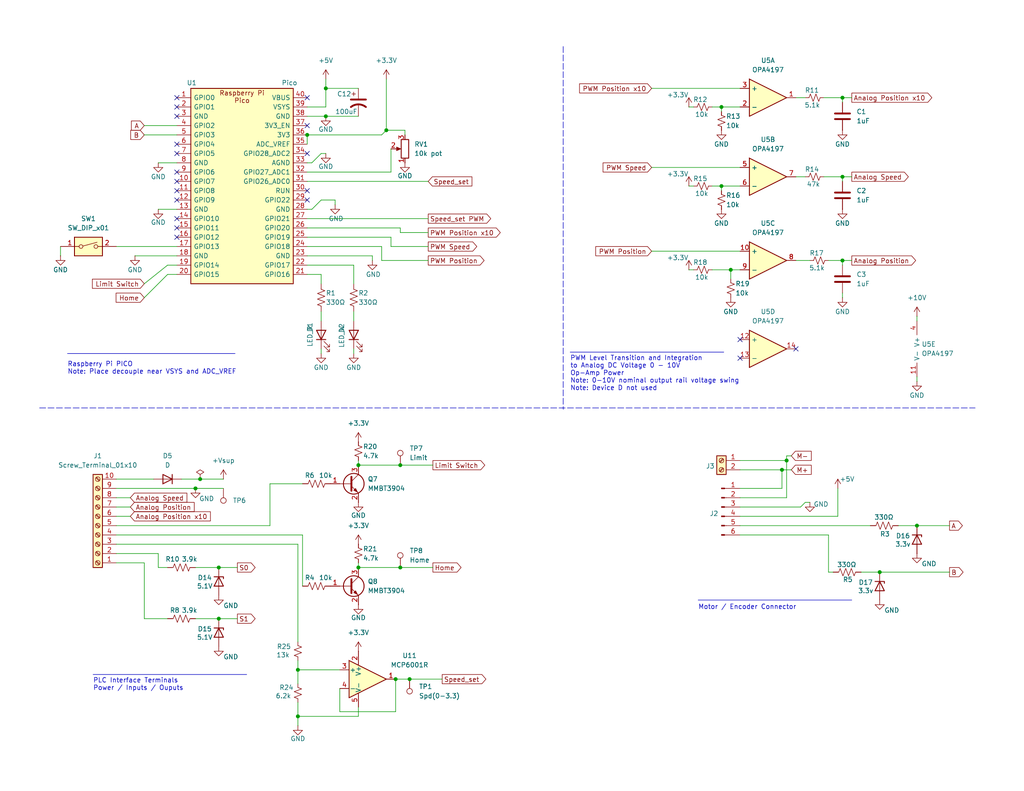
<source format=kicad_sch>
(kicad_sch (version 20250114) (generator "eeschema") (generator_version "9.0")
  (paper "USLetter")
  (title_block (title "PICO Motor Interface") (date "2024-06-24") (rev "0.00 alpha") (company "ISU") (comment 1 "Pico/Motor Interface"))
  (text "PWM Level Transition and Integration\nto Analog DC Voltage 0 - 10V\nOp-Amp Power\nNote: 0-10V nominal output rail voltage swing\nNote: Device D not used" (at 155.575 97.155 0) (effects (font (size 1.27 1.27)) (justify left top)))
  (text "PLC Interface Terminals\nPower / Inputs / Ouputs" (at 25.4 185.166 0) (effects (font (size 1.27 1.27)) (justify left top)))
  (text "Motor / Encoder Connector" (at 190.5 165.1 0) (effects (font (size 1.27 1.27)) (justify left top)))
  (text "Raspberry Pi PICO\nNote: Place decouple near VSYS and ADC_VREF" (at 18.415 98.806 0) (effects (font (size 1.27 1.27)) (justify left top)))
  (junction (at 59.69 154.94))
  (junction (at 109.22 154.94))
  (junction (at 196.85 50.8))
  (junction (at 109.22 127))
  (junction (at 81.28 195.58))
  (junction (at 214.63 125.73))
  (junction (at 59.69 168.91))
  (junction (at 88.9 31.75))
  (junction (at 97.79 154.94))
  (junction (at 54.61 130.81))
  (junction (at 83.82 36.83))
  (junction (at 97.79 127))
  (junction (at 196.85 29.21))
  (junction (at 199.39 73.66))
  (junction (at 107.95 185.42))
  (junction (at 88.9 24.13))
  (junction (at 105.41 35.56))
  (junction (at 111.76 185.42))
  (junction (at 240.03 156.21))
  (junction (at 229.87 48.26))
  (junction (at 229.87 26.67))
  (junction (at 250.19 143.51))
  (junction (at 53.34 133.35))
  (junction (at 229.87 71.12))
  (junction (at 213.36 128.27))
  (junction (at 81.28 182.88))
  (no_connect (at 48.26 46.99))
  (no_connect (at 48.26 52.07))
  (no_connect (at 48.26 49.53))
  (no_connect (at 48.26 41.91))
  (no_connect (at 201.93 97.79))
  (no_connect (at 48.26 29.21))
  (no_connect (at 48.26 26.67))
  (no_connect (at 83.82 52.07))
  (no_connect (at 201.93 92.71))
  (no_connect (at 83.82 54.61))
  (no_connect (at 217.17 95.25))
  (no_connect (at 48.26 31.75))
  (no_connect (at 83.82 26.67))
  (no_connect (at 83.82 34.29))
  (no_connect (at 48.26 64.77))
  (no_connect (at 48.26 39.37))
  (no_connect (at 48.26 62.23))
  (no_connect (at 83.82 41.91))
  (no_connect (at 48.26 54.61))
  (no_connect (at 48.26 59.69))
  (wire (pts (xy 85.09 44.45) (xy 87.63 41.91)))
  (wire (pts (xy 107.95 185.42) (xy 107.95 194.31)))
  (polyline (pts (xy 25.4 184.15) (xy 67.31 184.15)) (stroke (width 0) (type solid)))
  (wire (pts (xy 213.36 128.27) (xy 213.36 133.35)))
  (wire (pts (xy 83.82 57.15) (xy 85.09 57.15)))
  (wire (pts (xy 39.37 81.28) (xy 45.72 74.93)))
  (wire (pts (xy 219.71 137.16) (xy 220.98 137.16)))
  (wire (pts (xy 97.79 125.73) (xy 97.79 127)))
  (wire (pts (xy 83.82 67.31) (xy 104.14 67.31)))
  (wire (pts (xy 229.87 71.12) (xy 232.41 71.12)))
  (wire (pts (xy 201.93 138.43) (xy 218.44 138.43)))
  (wire (pts (xy 83.82 29.21) (xy 88.9 29.21)))
  (wire (pts (xy 201.93 146.05) (xy 226.06 146.05)))
  (polyline (pts (xy 155.575 96.139) (xy 197.485 96.139)) (stroke (width 0) (type solid)))
  (wire (pts (xy 91.44 54.61) (xy 87.63 54.61)))
  (wire (pts (xy 187.96 73.66) (xy 189.23 73.66)))
  (wire (pts (xy 39.37 153.67) (xy 39.37 168.91)))
  (wire (pts (xy 53.34 133.35) (xy 60.96 133.35)))
  (wire (pts (xy 106.68 40.64) (xy 106.68 46.99)))
  (wire (pts (xy 97.79 127) (xy 109.22 127)))
  (wire (pts (xy 49.53 130.81) (xy 54.61 130.81)))
  (polyline (pts (xy 10.795 111.379) (xy 266.065 111.379)) (stroke (width 0) (type dash)))
  (wire (pts (xy 201.93 143.51) (xy 237.49 143.51)))
  (wire (pts (xy 201.93 135.89) (xy 214.63 135.89)))
  (wire (pts (xy 31.75 143.51) (xy 73.66 143.51)))
  (wire (pts (xy 224.79 48.26) (xy 229.87 48.26)))
  (wire (pts (xy 101.6 69.85) (xy 101.6 71.12)))
  (wire (pts (xy 194.31 29.21) (xy 196.85 29.21)))
  (wire (pts (xy 83.82 62.23) (xy 109.22 62.23)))
  (wire (pts (xy 81.28 180.34) (xy 81.28 182.88)))
  (wire (pts (xy 87.63 95.25) (xy 87.63 96.52)))
  (wire (pts (xy 109.22 62.23) (xy 109.22 63.5)))
  (wire (pts (xy 245.11 143.51) (xy 250.19 143.51)))
  (wire (pts (xy 250.19 86.36) (xy 250.19 87.63)))
  (wire (pts (xy 194.31 50.8) (xy 196.85 50.8)))
  (wire (pts (xy 229.87 26.67) (xy 232.41 26.67)))
  (wire (pts (xy 81.28 191.77) (xy 81.28 195.58)))
  (wire (pts (xy 83.82 46.99) (xy 106.68 46.99)))
  (wire (pts (xy 83.82 36.83) (xy 83.82 39.37)))
  (wire (pts (xy 110.49 36.83) (xy 110.49 35.56)))
  (wire (pts (xy 83.82 36.83) (xy 104.14 36.83)))
  (wire (pts (xy 224.79 26.67) (xy 229.87 26.67)))
  (wire (pts (xy 228.6 133.35) (xy 228.6 140.97)))
  (wire (pts (xy 105.41 35.56) (xy 110.49 35.56)))
  (wire (pts (xy 229.87 48.26) (xy 232.41 48.26)))
  (wire (pts (xy 31.75 140.97) (xy 35.56 140.97)))
  (wire (pts (xy 83.82 59.69) (xy 116.84 59.69)))
  (wire (pts (xy 217.17 71.12) (xy 220.98 71.12)))
  (wire (pts (xy 250.19 102.87) (xy 250.19 104.14)))
  (polyline (pts (xy 18.415 96.52) (xy 64.135 96.52)) (stroke (width 0) (type solid)))
  (wire (pts (xy 92.71 194.31) (xy 107.95 194.31)))
  (wire (pts (xy 31.75 146.05) (xy 82.55 146.05)))
  (wire (pts (xy 39.37 77.47) (xy 45.72 72.39)))
  (wire (pts (xy 83.82 49.53) (xy 116.84 49.53)))
  (wire (pts (xy 83.82 44.45) (xy 85.09 44.45)))
  (wire (pts (xy 214.63 125.73) (xy 214.63 135.89)))
  (wire (pts (xy 48.26 44.45) (xy 43.18 44.45)))
  (wire (pts (xy 39.37 36.83) (xy 48.26 36.83)))
  (wire (pts (xy 199.39 73.66) (xy 199.39 76.2)))
  (wire (pts (xy 48.26 74.93) (xy 45.72 74.93)))
  (wire (pts (xy 196.85 50.8) (xy 201.93 50.8)))
  (wire (pts (xy 214.63 124.46) (xy 214.63 125.73)))
  (wire (pts (xy 31.75 133.35) (xy 53.34 133.35)))
  (wire (pts (xy 97.79 154.94) (xy 109.22 154.94)))
  (wire (pts (xy 229.87 80.01) (xy 229.87 81.28)))
  (wire (pts (xy 31.75 138.43) (xy 35.56 138.43)))
  (wire (pts (xy 199.39 73.66) (xy 201.93 73.66)))
  (wire (pts (xy 96.52 95.25) (xy 96.52 96.52)))
  (wire (pts (xy 83.82 31.75) (xy 88.9 31.75)))
  (wire (pts (xy 59.69 154.94) (xy 64.77 154.94)))
  (wire (pts (xy 196.85 29.21) (xy 196.85 30.48)))
  (wire (pts (xy 31.75 67.31) (xy 48.26 67.31)))
  (wire (pts (xy 31.75 135.89) (xy 35.56 135.89)))
  (wire (pts (xy 104.14 71.12) (xy 116.84 71.12)))
  (wire (pts (xy 109.22 127) (xy 118.11 127)))
  (wire (pts (xy 43.18 57.15) (xy 48.26 57.15)))
  (wire (pts (xy 201.93 133.35) (xy 213.36 133.35)))
  (wire (pts (xy 201.93 125.73) (xy 214.63 125.73)))
  (wire (pts (xy 31.75 130.81) (xy 41.91 130.81)))
  (wire (pts (xy 177.8 24.13) (xy 201.93 24.13)))
  (wire (pts (xy 83.82 74.93) (xy 87.63 74.93)))
  (wire (pts (xy 39.37 168.91) (xy 45.72 168.91)))
  (wire (pts (xy 229.87 48.26) (xy 229.87 49.53)))
  (wire (pts (xy 109.22 63.5) (xy 116.84 63.5)))
  (wire (pts (xy 73.66 132.08) (xy 73.66 143.51)))
  (wire (pts (xy 229.87 26.67) (xy 229.87 27.94)))
  (wire (pts (xy 226.06 71.12) (xy 229.87 71.12)))
  (wire (pts (xy 53.34 154.94) (xy 59.69 154.94)))
  (wire (pts (xy 81.28 182.88) (xy 92.71 182.88)))
  (wire (pts (xy 88.9 29.21) (xy 88.9 24.13)))
  (wire (pts (xy 250.19 143.51) (xy 259.08 143.51)))
  (wire (pts (xy 81.28 182.88) (xy 81.28 186.69)))
  (wire (pts (xy 104.14 36.83) (xy 105.41 35.56)))
  (wire (pts (xy 201.93 128.27) (xy 213.36 128.27)))
  (wire (pts (xy 88.9 31.75) (xy 97.79 31.75)))
  (wire (pts (xy 106.68 64.77) (xy 106.68 67.31)))
  (wire (pts (xy 111.76 185.42) (xy 120.65 185.42)))
  (wire (pts (xy 88.9 24.13) (xy 88.9 21.59)))
  (wire (pts (xy 228.6 140.97) (xy 201.93 140.97)))
  (wire (pts (xy 107.95 185.42) (xy 111.76 185.42)))
  (wire (pts (xy 87.63 85.09) (xy 87.63 87.63)))
  (wire (pts (xy 92.71 187.96) (xy 92.71 194.31)))
  (wire (pts (xy 39.37 153.67) (xy 31.75 153.67)))
  (wire (pts (xy 213.36 128.27) (xy 215.9 128.27)))
  (wire (pts (xy 83.82 69.85) (xy 101.6 69.85)))
  (wire (pts (xy 82.55 146.05) (xy 82.55 160.02)))
  (wire (pts (xy 91.44 55.88) (xy 91.44 54.61)))
  (wire (pts (xy 87.63 74.93) (xy 87.63 77.47)))
  (wire (pts (xy 59.69 168.91) (xy 64.77 168.91)))
  (wire (pts (xy 187.96 50.8) (xy 189.23 50.8)))
  (wire (pts (xy 36.83 69.85) (xy 48.26 69.85)))
  (wire (pts (xy 177.8 68.58) (xy 201.93 68.58)))
  (wire (pts (xy 240.03 156.21) (xy 259.08 156.21)))
  (wire (pts (xy 43.18 154.94) (xy 45.72 154.94)))
  (wire (pts (xy 97.79 153.67) (xy 97.79 154.94)))
  (wire (pts (xy 16.51 69.85) (xy 16.51 67.31)))
  (wire (pts (xy 218.44 138.43) (xy 219.71 137.16)))
  (wire (pts (xy 106.68 67.31) (xy 116.84 67.31)))
  (wire (pts (xy 229.87 72.39) (xy 229.87 71.12)))
  (wire (pts (xy 226.06 156.21) (xy 227.33 156.21)))
  (wire (pts (xy 82.55 132.08) (xy 73.66 132.08)))
  (wire (pts (xy 81.28 195.58) (xy 81.28 198.12)))
  (wire (pts (xy 234.95 156.21) (xy 240.03 156.21)))
  (wire (pts (xy 104.14 67.31) (xy 104.14 71.12)))
  (wire (pts (xy 31.75 151.13) (xy 43.18 151.13)))
  (wire (pts (xy 88.9 24.13) (xy 97.79 24.13)))
  (wire (pts (xy 97.79 193.04) (xy 97.79 195.58)))
  (wire (pts (xy 196.85 50.8) (xy 196.85 52.07)))
  (wire (pts (xy 87.63 41.91) (xy 88.9 41.91)))
  (wire (pts (xy 83.82 64.77) (xy 106.68 64.77)))
  (wire (pts (xy 43.18 151.13) (xy 43.18 154.94)))
  (wire (pts (xy 96.52 72.39) (xy 96.52 77.47)))
  (wire (pts (xy 54.61 130.81) (xy 60.96 130.81)))
  (polyline (pts (xy 153.67 12.7) (xy 153.67 111.76)) (stroke (width 0) (type dash)))
  (wire (pts (xy 81.28 148.59) (xy 31.75 148.59)))
  (wire (pts (xy 217.17 26.67) (xy 219.71 26.67)))
  (wire (pts (xy 196.85 29.21) (xy 201.93 29.21)))
  (wire (pts (xy 187.96 29.21) (xy 189.23 29.21)))
  (wire (pts (xy 85.09 57.15) (xy 87.63 54.61)))
  (wire (pts (xy 81.28 195.58) (xy 97.79 195.58)))
  (wire (pts (xy 81.28 148.59) (xy 81.28 175.26)))
  (wire (pts (xy 105.41 21.59) (xy 105.41 35.56)))
  (wire (pts (xy 83.82 72.39) (xy 96.52 72.39)))
  (wire (pts (xy 194.31 73.66) (xy 199.39 73.66)))
  (wire (pts (xy 39.37 34.29) (xy 48.26 34.29)))
  (wire (pts (xy 226.06 146.05) (xy 226.06 156.21)))
  (polyline (pts (xy 190.5 163.83) (xy 232.41 163.83)) (stroke (width 0) (type solid)))
  (wire (pts (xy 217.17 48.26) (xy 219.71 48.26)))
  (wire (pts (xy 45.72 72.39) (xy 48.26 72.39)))
  (wire (pts (xy 214.63 124.46) (xy 215.9 124.46)))
  (wire (pts (xy 96.52 85.09) (xy 96.52 87.63)))
  (wire (pts (xy 109.22 154.94) (xy 118.11 154.94)))
  (wire (pts (xy 177.8 45.72) (xy 201.93 45.72)))
  (wire (pts (xy 53.34 168.91) (xy 59.69 168.91)))
  (global_label "B" (shape output) (at 259.08 156.21 0) (property "Intersheetrefs" "${INTERSHEET_REFS}" (effects (hide yes))))
  (global_label "PWM Position" (shape output) (at 116.84 71.12 0) (property "Intersheetrefs" "${INTERSHEET_REFS}" (effects (hide yes))))
  (global_label "A" (shape input) (at 39.37 34.29 180) (property "Intersheetrefs" "${INTERSHEET_REFS}" (effects (hide yes))))
  (global_label "S0" (shape output) (at 64.77 154.94 0) (property "Intersheetrefs" "${INTERSHEET_REFS}" (effects (hide yes))))
  (global_label "A" (shape output) (at 259.08 143.51 0) (property "Intersheetrefs" "${INTERSHEET_REFS}" (effects (hide yes))))
  (global_label "Analog Position x10" (shape output) (at 232.41 26.67 0) (property "Intersheetrefs" "${INTERSHEET_REFS}" (effects (hide yes))))
  (global_label "Speed_set" (shape input) (at 116.84 49.53 0) (property "Intersheetrefs" "${INTERSHEET_REFS}" (effects (hide yes))))
  (global_label "Analog Speed" (shape input) (at 35.56 135.89 0) (property "Intersheetrefs" "${INTERSHEET_REFS}" (effects (hide yes))))
  (global_label "Home" (shape output) (at 118.11 154.94 0) (property "Intersheetrefs" "${INTERSHEET_REFS}" (effects (hide yes))))
  (global_label "Speed_set PWM" (shape output) (at 116.84 59.69 0) (property "Intersheetrefs" "${INTERSHEET_REFS}" (effects (hide yes))))
  (global_label "Limit Switch" (shape input) (at 39.37 77.47 180) (property "Intersheetrefs" "${INTERSHEET_REFS}" (effects (hide yes))))
  (global_label "S1" (shape output) (at 64.77 168.91 0) (property "Intersheetrefs" "${INTERSHEET_REFS}" (effects (hide yes))))
  (global_label "PWM Speed" (shape input) (at 177.8 45.72 180) (property "Intersheetrefs" "${INTERSHEET_REFS}" (effects (hide yes))))
  (global_label "Analog Position x10" (shape input) (at 35.56 140.97 0) (property "Intersheetrefs" "${INTERSHEET_REFS}" (effects (hide yes))))
  (global_label "Analog Position" (shape output) (at 232.41 71.12 0) (property "Intersheetrefs" "${INTERSHEET_REFS}" (effects (hide yes))))
  (global_label "Speed_set" (shape output) (at 120.65 185.42 0) (property "Intersheetrefs" "${INTERSHEET_REFS}" (effects (hide yes))))
  (global_label "Limit Switch" (shape output) (at 118.11 127 0) (property "Intersheetrefs" "${INTERSHEET_REFS}" (effects (hide yes))))
  (global_label "M+" (shape input) (at 215.9 128.27 0) (property "Intersheetrefs" "${INTERSHEET_REFS}" (effects (hide yes))))
  (global_label "M-" (shape input) (at 215.9 124.46 0) (property "Intersheetrefs" "${INTERSHEET_REFS}" (effects (hide yes))))
  (global_label "PWM Position" (shape input) (at 177.8 68.58 180) (property "Intersheetrefs" "${INTERSHEET_REFS}" (effects (hide yes))))
  (global_label "PWM Position x10" (shape input) (at 177.8 24.13 180) (property "Intersheetrefs" "${INTERSHEET_REFS}" (effects (hide yes))))
  (global_label "Home" (shape input) (at 39.37 81.28 180) (property "Intersheetrefs" "${INTERSHEET_REFS}" (effects (hide yes))))
  (global_label "Analog Speed" (shape output) (at 232.41 48.26 0) (property "Intersheetrefs" "${INTERSHEET_REFS}" (effects (hide yes))))
  (global_label "PWM Speed" (shape output) (at 116.84 67.31 0) (property "Intersheetrefs" "${INTERSHEET_REFS}" (effects (hide yes))))
  (global_label "Analog Position" (shape input) (at 35.56 138.43 0) (property "Intersheetrefs" "${INTERSHEET_REFS}" (effects (hide yes))))
  (global_label "PWM Position x10" (shape output) (at 116.84 63.5 0) (property "Intersheetrefs" "${INTERSHEET_REFS}" (effects (hide yes))))
  (global_label "B" (shape input) (at 39.37 36.83 180) (property "Intersheetrefs" "${INTERSHEET_REFS}" (effects (hide yes))))
  (symbol (lib_id "Device:C") (at 229.87 31.75 0) (unit 1)
    (property "Reference" "C1" (at 233.68 30.4799 0) (effects (justify left)))
    (property "Value" "1uF" (at 233.68 33.0199 0) (effects (justify left)))
    (property "Footprint" "Capacitor_SMD:C_1206_3216Metric" (effects (hide yes)))
    (property "Datasheet" "https://jlcpcb.com/partdetail/Kemet-C1206C105K4RACTU/C2167419" (effects (hide yes)))
    (property "Description" "C2167419 - 1uF" (effects (hide yes)))
    (property "LCSC" "C2167419" (effects (hide yes)))
  )
  (symbol (lib_id "Connector:Screw_Terminal_01x02") (at 196.85 125.73 0) (mirror y) (unit 1)
    (property "Reference" "J3" (at 193.802 127.254 0))
    (property "Value" "Screw_Terminal_01x02" (effects (hide yes)))
    (property "Footprint" "TerminalBlock_Phoenix:TerminalBlock_Phoenix_MKDS-1,5-2_1x02_P5.00mm_Horizontal" (effects (hide yes)))
    (property "Description" "Generic screw terminal, single row, 01x02, script generated (kicad-library-utils/schlib/autogen/connector/)" (effects (hide yes)))
  )
  (symbol (lib_id "power:GND") (at 97.79 137.16 0) (unit 1)
    (property "Reference" "#PWR014" (effects (hide yes)))
    (property "Value" "GND" (at 97.79 140.716 0))
  )
  (symbol (lib_id "Connector:Screw_Terminal_01x10") (at 26.67 143.51 180) (unit 1)
    (property "Reference" "J1" (at 26.67 124.46 0))
    (property "Value" "Screw_Terminal_01x10" (at 26.67 127 0))
    (property "Footprint" "TerminalBlock_Phoenix:TerminalBlock_Phoenix_PT-1,5-10-5.0-H_1x10_P5.00mm_Horizontal" (effects (hide yes)))
    (property "Description" "Generic screw terminal, single row, 01x10, script generated (kicad-library-utils/schlib/autogen/connector/)" (effects (hide yes)))
  )
  (symbol (lib_id "power:GND") (at 16.51 69.85 0) (unit 1)
    (property "Reference" "#PWR01" (effects (hide yes)))
    (property "Value" "GND" (at 16.51 73.66 0))
  )
  (symbol (lib_id "power:GND") (at 196.85 57.15 0) (unit 1)
    (property "Reference" "#PWR035" (effects (hide yes)))
    (property "Value" "GND" (at 196.85 60.96 0))
  )
  (symbol (lib_id "power:GND") (at 88.9 41.91 0) (unit 1)
    (property "Reference" "#PWR082" (effects (hide yes)))
    (property "Value" "GND" (at 88.9 45.466 0))
  )
  (symbol (lib_id "Device:R_Small_US") (at 81.28 177.8 0) (unit 1)
    (property "Reference" "R25" (at 77.47 176.53 0))
    (property "Value" "13k" (at 77.216 178.816 0))
    (property "Footprint" "Resistor_SMD:R_0603_1608Metric" (effects (hide yes)))
    (property "Datasheet" "https://jlcpcb.com/partdetail/23524-0603WAF1302T5E/C22797" (effects (hide yes)))
    (property "Description" "Resistor, small US symbol" (effects (hide yes)))
    (property "LCSC" "C22797" (effects (hide yes)))
  )
  (symbol (lib_id "Device:R_US") (at 49.53 154.94 90) (unit 1)
    (property "Reference" "R10" (at 49.0219 152.654 90) (effects (justify left)))
    (property "Value" "3.9k" (at 53.8479 152.654 90) (effects (justify left)))
    (property "Footprint" "Resistor_SMD:R_0805_2012Metric" (effects (hide yes)))
    (property "Datasheet" "https://jlcpcb.com/partdetail/26547-0603WAF1002T5E/C25804" (effects (hide yes)))
    (property "Description" "1/2W" (effects (hide yes)))
    (property "digikey" "https://jlcpcb.com/partdetail/18302-0805W8F3901T5E/C17614" (effects (hide yes)))
    (property "LCSC" "C17614" (effects (hide yes)))
  )
  (symbol (lib_id "power:+3.3V") (at 187.96 29.21 0) (unit 1)
    (property "Reference" "#PWR030" (effects (hide yes)))
    (property "Value" "+3.3V" (at 184.912 25.908 0))
    (property "Description" "Power symbol creates a global label with name \"+3.3V\"" (effects (hide yes)))
  )
  (symbol (lib_id "Device:R_Small_US") (at 191.77 50.8 90) (unit 1)
    (property "Reference" "R15" (at 193.04 48.768 90) (effects (justify left)))
    (property "Value" "10k" (at 193.294 52.832 90) (effects (justify left)))
    (property "Footprint" "Resistor_SMD:R_0603_1608Metric" (effects (hide yes)))
    (property "Datasheet" "https://jlcpcb.com/partdetail/26547-0603WAF1002T5E/C25804" (effects (hide yes)))
    (property "Description" "Resistor, small US symbol" (effects (hide yes)))
    (property "digikey" "https://www.digikey.com/en/products/detail/stackpole-electronics-inc/CFM12JT47R0/1741962" (effects (hide yes)))
    (property "LCSC" "C25804" (effects (hide yes)))
  )
  (symbol (lib_id "Device:R_Small_US") (at 196.85 54.61 0) (unit 1)
    (property "Reference" "R16" (at 198.12 53.3399 0) (effects (justify left)))
    (property "Value" "10k" (at 198.12 55.8799 0) (effects (justify left)))
    (property "Footprint" "Resistor_SMD:R_0603_1608Metric" (effects (hide yes)))
    (property "Datasheet" "https://jlcpcb.com/partdetail/26547-0603WAF1002T5E/C25804" (effects (hide yes)))
    (property "Description" "Resistor, small US symbol" (effects (hide yes)))
    (property "digikey" "https://www.digikey.com/en/products/detail/stackpole-electronics-inc/CFM12JT47R0/1741962" (effects (hide yes)))
    (property "LCSC" "C25804" (effects (hide yes)))
  )
  (symbol (lib_name "C_2") (lib_id "Device:C") (at 229.87 76.2 0) (unit 1)
    (property "Reference" "C3" (at 233.68 74.9299 0) (effects (justify left)))
    (property "Value" "1uF" (at 233.68 77.4699 0) (effects (justify left)))
    (property "Footprint" "Capacitor_SMD:C_1206_3216Metric" (effects (hide yes)))
    (property "Datasheet" "https://jlcpcb.com/partdetail/Kemet-C1206C105K4RACTU/C2167419" (effects (hide yes)))
    (property "Description" "C2167419 - 1uF" (effects (hide yes)))
    (property "digikey" "https://www.digikey.com/en/products/detail/epcos-tdk-electronics/B32529C0105K189/1089751" (effects (hide yes)))
    (property "LCSC" "C2167419" (effects (hide yes)))
  )
  (symbol (lib_id "Device:R_Small_US") (at 196.85 33.02 0) (unit 1)
    (property "Reference" "R13" (at 198.12 31.7499 0) (effects (justify left)))
    (property "Value" "10k" (at 198.12 34.2899 0) (effects (justify left)))
    (property "Footprint" "Resistor_SMD:R_0603_1608Metric" (effects (hide yes)))
    (property "Datasheet" "https://jlcpcb.com/partdetail/26547-0603WAF1002T5E/C25804" (effects (hide yes)))
    (property "Description" "Resistor, small US symbol" (effects (hide yes)))
    (property "digikey" "https://www.digikey.com/en/products/detail/stackpole-electronics-inc/CFM12JT47R0/1741962" (effects (hide yes)))
    (property "LCSC" "C25804" (effects (hide yes)))
  )
  (symbol (lib_id "power:GND") (at 81.28 198.12 0) (unit 1)
    (property "Reference" "#PWR060" (effects (hide yes)))
    (property "Value" "GND" (at 81.28 201.676 0))
  )
  (symbol (lib_id "power:GND") (at 250.19 104.14 0) (unit 1)
    (property "Reference" "#PWR051" (effects (hide yes)))
    (property "Value" "GND" (at 250.19 107.95 0))
  )
  (symbol (lib_id "CustomBPA:RaspberryPi_Pico-actual_pinout") (at 66.04 50.8 0) (unit 1)
    (property "Reference" "U1" (at 52.324 22.606 0))
    (property "Value" "Pico" (at 78.994 22.606 0))
    (property "Footprint" "CustomBPA:RaspberryPi_Pico" (effects (hide yes)))
    (property "Datasheet" "https://datasheets.raspberrypi.com/pico/pico-datasheet.pdf" (effects (hide yes)))
    (property "Description" "Versatile and inexpensive microcontroller module powered by RP2040 dual-core Arm Cortex-M0+ processor up to 133 MHz, 264kB SRAM, 2MB QSPI flash; also supports Raspberry Pi Pico 2" (effects (hide yes)))
  )
  (symbol (lib_id "power:+10V") (at 250.19 86.36 0) (unit 1)
    (property "Reference" "#PWR048" (effects (hide yes)))
    (property "Value" "+10V" (at 250.19 81.28 0))
    (property "Description" "Power symbol creates a global label with name \"+10V\"" (effects (hide yes)))
  )
  (symbol (lib_id "power:GND") (at 240.03 163.83 0) (unit 1)
    (property "Reference" "#PWR021" (effects (hide yes)))
    (property "Value" "GND" (at 243.332 166.624 0))
  )
  (symbol (lib_id "Diode:Z1SMAxxx") (at 240.03 160.02 270) (unit 1)
    (property "Reference" "D17" (at 236.22 159.004 90))
    (property "Value" "3.3v" (at 236.22 161.29 90))
    (property "Footprint" "Diode_SMD:D_SOD-323" (effects (hide yes)))
    (property "Datasheet" "https://jlcpcb.com/partdetail/Hongjiacheng-BZT52C3V3S/C19077437" (effects (hide yes)))
    (property "Description" "C19077437 200 mW 3.1-3.5v" (effects (hide yes)))
    (property "LCSC" "C19077437" (effects (hide yes)))
  )
  (symbol (lib_id "power:+3.3V") (at 105.41 21.59 0) (unit 1)
    (property "Reference" "#PWR010" (effects (hide yes)))
    (property "Value" "+3.3V" (at 105.41 16.51 0))
    (property "Description" "Power symbol creates a global label with name \"+3.3V\"" (effects (hide yes)))
  )
  (symbol (lib_id "Amplifier_Operational:MCP6001R") (at 100.33 185.42 0) (unit 1)
    (property "Reference" "U11" (at 111.76 178.9998 0))
    (property "Value" "MCP6001R" (at 111.76 181.5398 0))
    (property "Footprint" "Package_TO_SOT_SMD:SOT-23-5" (effects (hide yes)))
    (property "Datasheet" "https://ww1.microchip.com/downloads/en/DeviceDoc/MCP6001-1R-1U-2-4-1-MHz-Low-Power-Op-Amp-DS20001733L.pdf" (effects (hide yes)))
    (property "Description" "1MHz, Low-Power Op Amp, SOT-23-5" (effects (hide yes)))
  )
  (symbol (lib_id "Device:R_US") (at 231.14 156.21 90) (unit 1)
    (property "Reference" "R5" (at 232.6639 158.242 90) (effects (justify left)))
    (property "Value" "330Ω" (at 233.6799 154.178 90) (effects (justify left)))
    (property "Footprint" "Resistor_SMD:R_0603_1608Metric" (effects (hide yes)))
    (property "Datasheet" "https://jlcpcb.com/partdetail/23865-0603WAF3300T5E/C23138" (effects (hide yes)))
    (property "Description" "100mW" (effects (hide yes)))
    (property "LCSC" "C23138" (effects (hide yes)))
  )
  (symbol (lib_id "power:GND") (at 101.6 71.12 0) (unit 1)
    (property "Reference" "#PWR012" (effects (hide yes)))
    (property "Value" "GND" (at 101.854 74.93 0))
  )
  (symbol (lib_id "power:GND") (at 36.83 69.85 0) (unit 1)
    (property "Reference" "#PWR02" (effects (hide yes)))
    (property "Value" "GND" (at 36.83 73.66 0))
  )
  (symbol (lib_id "CustomBPA:OPA4197xPW") (at 209.55 95.25 0) (unit 4)
    (property "Reference" "U5" (at 209.55 85.09 0))
    (property "Value" "OPA4197" (at 209.55 87.63 0))
    (property "Footprint" "CustomBPA:SO-14_5.4_P1.27" (effects (hide yes)))
    (property "Datasheet" "https://jlcpcb.com/partdetail/TexasInstruments-OPA4197IDR/C2058532" (effects (hide yes)))
    (property "Description" "Quad 36V, Precision, Rail-to-Rail Input/Output, Low Offset Voltage, Operational Amplifier, TSSOP-14" (effects (hide yes)))
    (property "LCSC" "C2058532" (effects (hide yes)))
  )
  (symbol (lib_id "power:GND") (at 97.79 165.1 0) (unit 1)
    (property "Reference" "#PWR038" (effects (hide yes)))
    (property "Value" "GND" (at 97.79 168.656 0))
  )
  (symbol (lib_id "Device:R_US") (at 241.3 143.51 90) (unit 1)
    (property "Reference" "R3" (at 242.8239 145.796 90) (effects (justify left)))
    (property "Value" "330Ω" (at 243.8399 141.224 90) (effects (justify left)))
    (property "Footprint" "Resistor_SMD:R_0603_1608Metric" (effects (hide yes)))
    (property "Datasheet" "https://jlcpcb.com/partdetail/23865-0603WAF3300T5E/C23138" (effects (hide yes)))
    (property "Description" "100mW" (effects (hide yes)))
    (property "LCSC" "C23138" (effects (hide yes)))
  )
  (symbol (lib_id "power:GND") (at 53.34 133.35 0) (unit 1)
    (property "Reference" "#PWR06" (effects (hide yes)))
    (property "Value" "GND" (at 56.388 136.144 0))
  )
  (symbol (lib_id "power:GND") (at 220.98 137.16 0) (unit 1)
    (property "Reference" "#PWR028" (effects (hide yes)))
    (property "Value" "GND" (at 224.028 137.668 0))
  )
  (symbol (lib_id "Device:R_Potentiometer") (at 110.49 40.64 180) (unit 1)
    (property "Reference" "RV1" (at 113.03 39.3699 0) (effects (justify right)))
    (property "Value" "10k pot" (at 113.03 41.9099 0) (effects (justify right)))
    (property "Footprint" "Potentiometer_SMD:Potentiometer_Bourns_3314J_Vertical" (effects (hide yes)))
    (property "Datasheet" "https://jlcpcb.com/partdetail/Bourns-3314J_1103E/C36376" (effects (hide yes)))
    (property "Description" "Potentiometer" (effects (hide yes)))
    (property "LCSC" "C36376" (effects (hide yes)))
  )
  (symbol (lib_id "power:GND") (at 199.39 81.28 0) (unit 1)
    (property "Reference" "#PWR036" (effects (hide yes)))
    (property "Value" "GND" (at 199.39 85.09 0))
  )
  (symbol (lib_id "power:PWR_FLAG") (at 54.61 130.81 0) (unit 1)
    (property "Reference" "#FLG01" (effects (hide yes)))
    (property "Value" "PWR_FLAG" (effects (hide yes)))
    (property "Description" "Special symbol for telling ERC where power comes from" (effects (hide yes)))
  )
  (symbol (lib_id "Transistor_BJT:MMBT3904") (at 95.25 132.08 0) (unit 1)
    (property "Reference" "Q7" (at 100.33 130.8099 0) (effects (justify left)))
    (property "Value" "MMBT3904" (at 100.33 133.3499 0) (effects (justify left)))
    (property "Footprint" "Package_TO_SOT_SMD:SOT-23" (effects (hide yes)))
    (property "Datasheet" "https://jlcpcb.com/partdetail/21237-MMBT3904_RANGE_100_300/C20526" (effects (hide yes)))
    (property "Description" "0.2A Ic, 40V Vce, Small Signal NPN Transistor, SOT-23" (effects (hide yes)))
  )
  (symbol (lib_id "Device:R_Small_US") (at 97.79 151.13 0) (unit 1)
    (property "Reference" "R21" (at 99.06 149.8599 0) (effects (justify left)))
    (property "Value" "4.7k" (at 99.06 152.3999 0) (effects (justify left)))
    (property "Footprint" "Resistor_SMD:R_0603_1608Metric" (effects (hide yes)))
    (property "Datasheet" "https://jlcpcb.com/partdetail/26547-0603WAF1002T5E/C25804" (effects (hide yes)))
    (property "Description" "Resistor, small US symbol" (effects (hide yes)))
    (property "digikey" "https://www.digikey.com/en/products/detail/stackpole-electronics-inc/CFM12JT47R0/1741962" (effects (hide yes)))
    (property "LCSC" "C25804" (effects (hide yes)))
  )
  (symbol (lib_id "Device:R_Small_US") (at 191.77 73.66 90) (unit 1)
    (property "Reference" "R18" (at 193.04 71.628 90) (effects (justify left)))
    (property "Value" "10k" (at 193.294 75.692 90) (effects (justify left)))
    (property "Footprint" "Resistor_SMD:R_0603_1608Metric" (effects (hide yes)))
    (property "Datasheet" "https://jlcpcb.com/partdetail/26547-0603WAF1002T5E/C25804" (effects (hide yes)))
    (property "Description" "Resistor, small US symbol" (effects (hide yes)))
    (property "digikey" "https://www.digikey.com/en/products/detail/stackpole-electronics-inc/CFM12JT47R0/1741962" (effects (hide yes)))
    (property "LCSC" "C25804" (effects (hide yes)))
  )
  (symbol (lib_id "CustomBPA:OPA4197xPW") (at 252.73 95.25 0) (unit 5)
    (property "Reference" "U5" (at 251.46 93.9799 0) (effects (justify left)))
    (property "Value" "OPA4197" (at 251.46 96.5199 0) (effects (justify left)))
    (property "Footprint" "CustomBPA:SO-14_5.4_P1.27" (effects (hide yes)))
    (property "Datasheet" "https://jlcpcb.com/partdetail/TexasInstruments-OPA4197IDR/C2058532" (effects (hide yes)))
    (property "Description" "Quad 36V, Precision, Rail-to-Rail Input/Output, Low Offset Voltage, Operational Amplifier, TSSOP-14" (effects (hide yes)))
    (property "LCSC" "C2058532" (effects (hide yes)))
  )
  (symbol (lib_id "power:GND") (at 229.87 35.56 0) (unit 1)
    (property "Reference" "#PWR042" (effects (hide yes)))
    (property "Value" "GND" (at 229.87 39.37 0))
  )
  (symbol (lib_id "power:GND") (at 59.69 176.53 0) (unit 1)
    (property "Reference" "#PWR017" (effects (hide yes)))
    (property "Value" "GND" (at 62.992 179.324 0))
  )
  (symbol (lib_id "power:GND") (at 229.87 57.15 0) (unit 1)
    (property "Reference" "#PWR043" (effects (hide yes)))
    (property "Value" "GND" (at 229.87 60.96 0))
  )
  (symbol (lib_id "Device:R_Small_US") (at 222.25 48.26 90) (unit 1)
    (property "Reference" "R14" (at 223.52 46.228 90) (effects (justify left)))
    (property "Value" "47k" (at 223.774 50.292 90) (effects (justify left)))
    (property "Footprint" "Resistor_SMD:R_0603_1608Metric" (effects (hide yes)))
    (property "Datasheet" "https://jlcpcb.com/partdetail/26562-0603WAF4702T5E/C25819" (effects (hide yes)))
    (property "Description" "Resistor, small US symbol" (effects (hide yes)))
    (property "digikey" "https://www.digikey.com/en/products/detail/stackpole-electronics-inc/CFM12JT47R0/1741962" (effects (hide yes)))
    (property "LCSC" "C25819" (effects (hide yes)))
  )
  (symbol (lib_id "power:+5V") (at 228.6 133.35 0) (unit 1)
    (property "Reference" "#PWR029" (effects (hide yes)))
    (property "Value" "+5V" (at 231.14 130.81 0))
    (property "Description" "Power symbol creates a global label with name \"+5V\"" (effects (hide yes)))
  )
  (symbol (lib_id "Device:D") (at 45.72 130.81 180) (unit 1)
    (property "Reference" "D5" (at 45.72 124.46 0))
    (property "Value" "D" (at 45.72 127 0))
    (property "Footprint" "Diode_SMD:D_SMA" (effects (hide yes)))
    (property "Datasheet" "https://jlcpcb.com/partdetail/mdd_microdiode_semiconductor-SS34/C8678" (effects (hide yes)))
    (property "Description" "C8678 - protection diode" (effects (hide yes)))
    (property "Sim.Device" "D" (effects (hide yes)))
    (property "Sim.Pins" "1=K 2=A" (effects (hide yes)))
    (property "LCSC" "C8678" (effects (hide yes)))
  )
  (symbol (lib_id "Connector:TestPoint") (at 111.76 185.42 180) (unit 1)
    (property "Reference" "TP1" (at 114.3 187.4519 0) (effects (justify right)))
    (property "Value" "Spd(0-3.3)" (at 114.3 189.9919 0) (effects (justify right)))
    (property "Footprint" "TestPoint:TestPoint_Plated_Hole_D2.0mm" (effects (hide yes)))
    (property "Description" "test point" (effects (hide yes)))
  )
  (symbol (lib_id "Switch:SW_DIP_x01") (at 24.13 67.31 0) (unit 1)
    (property "Reference" "SW1" (at 24.13 59.69 0))
    (property "Value" "SW_DIP_x01" (at 24.13 62.23 0))
    (property "Footprint" "CustomBPA:DIP_1x01_3.5_6.2mm" (effects (hide yes)))
    (property "Datasheet" "https://jlcpcb.com/partdetail/XkbConnection-DSIC01LSP/C600988" (effects (hide yes)))
    (property "Description" "1x DIP Switch, Single Pole Single Throw (SPST) switch, small symbol" (effects (hide yes)))
    (property "LCSC" "C600988" (effects (hide yes)))
  )
  (symbol (lib_id "power:GND") (at 43.18 57.15 0) (unit 1)
    (property "Reference" "#PWR04" (effects (hide yes)))
    (property "Value" "GND" (at 43.18 60.706 0))
  )
  (symbol (lib_id "Device:R_Small_US") (at 223.52 71.12 90) (unit 1)
    (property "Reference" "R17" (at 224.79 69.088 90) (effects (justify left)))
    (property "Value" "5.1k" (at 225.044 73.152 90) (effects (justify left)))
    (property "Footprint" "Resistor_SMD:R_0603_1608Metric" (effects (hide yes)))
    (property "Datasheet" "https://jlcpcb.com/partdetail/23913-0603WAF5101T5E/C23186" (effects (hide yes)))
    (property "Description" "Resistor, small US symbol" (effects (hide yes)))
    (property "digikey" "https://www.digikey.com/en/products/detail/stackpole-electronics-inc/CFM12JT47R0/1741962" (effects (hide yes)))
    (property "LCSC" "C23186" (effects (hide yes)))
  )
  (symbol (lib_id "Device:R_US") (at 49.53 168.91 90) (unit 1)
    (property "Reference" "R8" (at 49.0219 166.624 90) (effects (justify left)))
    (property "Value" "3.9k" (at 53.8479 166.624 90) (effects (justify left)))
    (property "Footprint" "Resistor_SMD:R_0805_2012Metric" (effects (hide yes)))
    (property "Datasheet" "https://jlcpcb.com/partdetail/26547-0603WAF1002T5E/C25804" (effects (hide yes)))
    (property "Description" "1/2W" (effects (hide yes)))
    (property "digikey" "https://jlcpcb.com/partdetail/18302-0805W8F3901T5E/C17614" (effects (hide yes)))
    (property "LCSC" "C17614" (effects (hide yes)))
  )
  (symbol (lib_id "Connector:TestPoint") (at 109.22 154.94 0) (unit 1)
    (property "Reference" "TP8" (at 111.76 150.3679 0) (effects (justify left)))
    (property "Value" "Home" (at 111.76 152.9079 0) (effects (justify left)))
    (property "Footprint" "TestPoint:TestPoint_Plated_Hole_D2.0mm" (effects (hide yes)))
    (property "Description" "test point" (effects (hide yes)))
  )
  (symbol (lib_id "Device:R_Small_US") (at 191.77 29.21 90) (unit 1)
    (property "Reference" "R12" (at 193.04 27.178 90) (effects (justify left)))
    (property "Value" "10k" (at 193.294 31.242 90) (effects (justify left)))
    (property "Footprint" "Resistor_SMD:R_0603_1608Metric" (effects (hide yes)))
    (property "Datasheet" "https://jlcpcb.com/partdetail/26547-0603WAF1002T5E/C25804" (effects (hide yes)))
    (property "Description" "Resistor, small US symbol" (effects (hide yes)))
    (property "digikey" "https://www.digikey.com/en/products/detail/stackpole-electronics-inc/CFM12JT47R0/1741962" (effects (hide yes)))
    (property "LCSC" "C25804" (effects (hide yes)))
  )
  (symbol (lib_id "power:GND") (at 229.87 81.28 0) (unit 1)
    (property "Reference" "#PWR044" (effects (hide yes)))
    (property "Value" "GND" (at 229.87 85.09 0))
  )
  (symbol (lib_id "Connector:TestPoint") (at 109.22 127 0) (unit 1)
    (property "Reference" "TP7" (at 111.76 122.4279 0) (effects (justify left)))
    (property "Value" "Limit" (at 111.76 124.9679 0) (effects (justify left)))
    (property "Footprint" "TestPoint:TestPoint_Plated_Hole_D2.0mm" (effects (hide yes)))
    (property "Description" "test point" (effects (hide yes)))
  )
  (symbol (lib_id "Device:R_US") (at 96.52 81.28 0) (unit 1)
    (property "Reference" "R2" (at 97.79 80.0099 0) (effects (justify left)))
    (property "Value" "330Ω" (at 97.79 82.5499 0) (effects (justify left)))
    (property "Footprint" "Resistor_SMD:R_0603_1608Metric" (effects (hide yes)))
    (property "Datasheet" "https://jlcpcb.com/partdetail/23865-0603WAF3300T5E/C23138" (effects (hide yes)))
    (property "Description" "1/2W" (effects (hide yes)))
    (property "digikey" "https://www.digikey.com/en/products/detail/stackpole-electronics-inc/CFM12JT47R0/1741962" (effects (hide yes)))
    (property "LCSC" "C23138" (effects (hide yes)))
  )
  (symbol (lib_id "Connector:TestPoint") (at 60.96 133.35 180) (unit 1)
    (property "Reference" "TP6" (at 63.5 136.6519 0) (effects (justify right)))
    (property "Value" "GND" (effects (hide yes)))
    (property "Footprint" "TestPoint:TestPoint_Loop_D2.60mm_Drill1.4mm_Beaded" (effects (hide yes)))
    (property "Description" "test point" (effects (hide yes)))
  )
  (symbol (lib_name "C_1") (lib_id "Device:C") (at 229.87 53.34 0) (unit 1)
    (property "Reference" "C2" (at 233.68 52.0699 0) (effects (justify left)))
    (property "Value" "1uF" (at 233.68 54.6099 0) (effects (justify left)))
    (property "Footprint" "Capacitor_SMD:C_1206_3216Metric" (effects (hide yes)))
    (property "Datasheet" "https://jlcpcb.com/partdetail/Kemet-C1206C105K4RACTU/C2167419" (effects (hide yes)))
    (property "Description" "C2167419 - 1uF" (effects (hide yes)))
    (property "LCSC" "C2167419" (effects (hide yes)))
  )
  (symbol (lib_id "power:+3.3V") (at 187.96 73.66 0) (unit 1)
    (property "Reference" "#PWR032" (effects (hide yes)))
    (property "Value" "+3.3V" (at 184.912 70.358 0))
    (property "Description" "Power symbol creates a global label with name \"+3.3V\"" (effects (hide yes)))
  )
  (symbol (lib_id "power:GND") (at 96.52 96.52 0) (unit 1)
    (property "Reference" "#PWR011" (effects (hide yes)))
    (property "Value" "GND" (at 96.52 100.33 0))
  )
  (symbol (lib_id "power:+3.3V") (at 187.96 50.8 0) (unit 1)
    (property "Reference" "#PWR031" (effects (hide yes)))
    (property "Value" "+3.3V" (at 184.912 47.498 0))
    (property "Description" "Power symbol creates a global label with name \"+3.3V\"" (effects (hide yes)))
  )
  (symbol (lib_id "Device:R_US") (at 87.63 81.28 0) (unit 1)
    (property "Reference" "R1" (at 88.9 80.0099 0) (effects (justify left)))
    (property "Value" "330Ω" (at 88.9 82.5499 0) (effects (justify left)))
    (property "Footprint" "Resistor_SMD:R_0603_1608Metric" (effects (hide yes)))
    (property "Datasheet" "https://jlcpcb.com/partdetail/23865-0603WAF3300T5E/C23138" (effects (hide yes)))
    (property "Description" "1/2W" (effects (hide yes)))
    (property "digikey" "https://www.digikey.com/en/products/detail/stackpole-electronics-inc/CFM12JT47R0/1741962" (effects (hide yes)))
    (property "LCSC" "C23138" (effects (hide yes)))
  )
  (symbol (lib_id "Device:R_Small_US") (at 81.28 189.23 0) (unit 1)
    (property "Reference" "R24" (at 76.2 187.7059 0) (effects (justify left)))
    (property "Value" "6.2k" (at 75.184 189.9919 0) (effects (justify left)))
    (property "Footprint" "Resistor_SMD:R_0603_1608Metric" (effects (hide yes)))
    (property "Datasheet" "https://jlcpcb.com/partdetail/4667-0603WAF6201T5E/C4260" (effects (hide yes)))
    (property "Description" "Resistor, small US symbol" (effects (hide yes)))
    (property "LCSC" "C4260" (effects (hide yes)))
  )
  (symbol (lib_id "Device:R_US") (at 86.36 132.08 90) (unit 1)
    (property "Reference" "R6" (at 85.8519 129.794 90) (effects (justify left)))
    (property "Value" "10k" (at 90.6779 129.794 90) (effects (justify left)))
    (property "Footprint" "Resistor_SMD:R_0603_1608Metric" (effects (hide yes)))
    (property "Datasheet" "https://jlcpcb.com/partdetail/26547-0603WAF1002T5E/C25804" (effects (hide yes)))
    (property "Description" "1/2W" (effects (hide yes)))
    (property "digikey" "https://www.digikey.com/en/products/detail/stackpole-electronics-inc/CFM12JT47R0/1741962" (effects (hide yes)))
    (property "LCSC" "C25804" (effects (hide yes)))
  )
  (symbol (lib_id "Device:R_Small_US") (at 199.39 78.74 0) (unit 1)
    (property "Reference" "R19" (at 200.66 77.4699 0) (effects (justify left)))
    (property "Value" "10k" (at 200.66 80.0099 0) (effects (justify left)))
    (property "Footprint" "Resistor_SMD:R_0603_1608Metric" (effects (hide yes)))
    (property "Datasheet" "https://jlcpcb.com/partdetail/26547-0603WAF1002T5E/C25804" (effects (hide yes)))
    (property "Description" "Resistor, small US symbol" (effects (hide yes)))
    (property "digikey" "https://www.digikey.com/en/products/detail/stackpole-electronics-inc/CFM12JT47R0/1741962" (effects (hide yes)))
    (property "LCSC" "C25804" (effects (hide yes)))
  )
  (symbol (lib_id "power:+3.3V") (at 97.79 148.59 0) (unit 1)
    (property "Reference" "#PWR037" (effects (hide yes)))
    (property "Value" "+3.3V" (at 97.79 143.51 0))
    (property "Description" "Power symbol creates a global label with name \"+3.3V\"" (effects (hide yes)))
  )
  (symbol (lib_id "Device:R_Small_US") (at 222.25 26.67 90) (unit 1)
    (property "Reference" "R11" (at 223.52 24.638 90) (effects (justify left)))
    (property "Value" "5.1k" (at 223.774 28.702 90) (effects (justify left)))
    (property "Footprint" "Resistor_SMD:R_0603_1608Metric" (effects (hide yes)))
    (property "Datasheet" "https://jlcpcb.com/partdetail/23913-0603WAF5101T5E/C23186" (effects (hide yes)))
    (property "Description" "Resistor, small US symbol" (effects (hide yes)))
    (property "digikey" "https://www.digikey.com/en/products/detail/stackpole-electronics-inc/CFM12JT47R0/1741962" (effects (hide yes)))
    (property "LCSC" "C23186" (effects (hide yes)))
  )
  (symbol (lib_id "Transistor_BJT:MMBT3904") (at 95.25 160.02 0) (unit 1)
    (property "Reference" "Q8" (at 100.33 158.7499 0) (effects (justify left)))
    (property "Value" "MMBT3904" (at 100.33 161.2899 0) (effects (justify left)))
    (property "Footprint" "Package_TO_SOT_SMD:SOT-23" (effects (hide yes)))
    (property "Datasheet" "https://jlcpcb.com/partdetail/21237-MMBT3904_RANGE_100_300/C20526" (effects (hide yes)))
    (property "Description" "0.2A Ic, 40V Vce, Small Signal NPN Transistor, SOT-23" (effects (hide yes)))
  )
  (symbol (lib_id "power:+3.3V") (at 97.79 120.65 0) (unit 1)
    (property "Reference" "#PWR018" (effects (hide yes)))
    (property "Value" "+3.3V" (at 97.79 115.57 0))
    (property "Description" "Power symbol creates a global label with name \"+3.3V\"" (effects (hide yes)))
  )
  (symbol (lib_id "CustomBPA:OPA4197xPW") (at 209.55 71.12 0) (unit 3)
    (property "Reference" "U5" (at 209.55 60.96 0))
    (property "Value" "OPA4197" (at 209.55 63.5 0))
    (property "Footprint" "CustomBPA:SO-14_5.4_P1.27" (effects (hide yes)))
    (property "Datasheet" "https://jlcpcb.com/partdetail/TexasInstruments-OPA4197IDR/C2058532" (effects (hide yes)))
    (property "Description" "Quad 36V, Precision, Rail-to-Rail Input/Output, Low Offset Voltage, Operational Amplifier, TSSOP-14" (effects (hide yes)))
    (property "LCSC" "C2058532" (effects (hide yes)))
  )
  (symbol (lib_id "power:GND") (at 250.19 151.13 0) (unit 1)
    (property "Reference" "#PWR020" (effects (hide yes)))
    (property "Value" "GND" (at 253.492 153.924 0))
  )
  (symbol (lib_id "Diode:Z1SMAxxx") (at 59.69 158.75 270) (unit 1)
    (property "Reference" "D14" (at 55.88 157.734 90))
    (property "Value" "5.1V" (at 55.88 160.02 90))
    (property "Footprint" "Diode_SMD:D_SOD-323" (effects (hide yes)))
    (property "Datasheet" "https://jlcpcb.com/partdetail/2475-BZT52C5V1SW8/C2118" (effects (hide yes)))
    (property "Description" "C19077437 200 mW 3.1-3.5v" (effects (hide yes)))
    (property "LCSC" "C2118" (effects (hide yes)))
  )
  (symbol (lib_id "power:GND") (at 91.44 55.88 0) (unit 1)
    (property "Reference" "#PWR019" (effects (hide yes)))
    (property "Value" "GND" (at 91.694 59.69 0))
  )
  (symbol (lib_id "power:GND") (at 43.18 44.45 0) (unit 1)
    (property "Reference" "#PWR03" (effects (hide yes)))
    (property "Value" "GND" (at 43.18 48.26 0))
  )
  (symbol (lib_id "Device:LED") (at 96.52 91.44 90) (unit 1)
    (property "Reference" "D2" (at 93.218 90.932 0) (effects (justify left)))
    (property "Value" "LED_W" (at 93.218 94.996 0) (effects (justify left)))
    (property "Footprint" "LED_SMD:LED_0603_1608Metric" (effects (hide yes)))
    (property "Datasheet" "https://jlcpcb.com/partdetail/Hubei_KentoElec-KT0603W/C2290" (effects (hide yes)))
    (property "Description" "C2290 - White 0603" (effects (hide yes)))
    (property "LCSC" "C2290" (effects (hide yes)))
  )
  (symbol (lib_id "Device:R_Small_US") (at 97.79 123.19 0) (unit 1)
    (property "Reference" "R20" (at 99.06 121.9199 0) (effects (justify left)))
    (property "Value" "4.7k" (at 99.06 124.4599 0) (effects (justify left)))
    (property "Footprint" "Resistor_SMD:R_0603_1608Metric" (effects (hide yes)))
    (property "Datasheet" "https://jlcpcb.com/partdetail/26547-0603WAF1002T5E/C25804" (effects (hide yes)))
    (property "Description" "Resistor, small US symbol" (effects (hide yes)))
    (property "digikey" "https://www.digikey.com/en/products/detail/stackpole-electronics-inc/CFM12JT47R0/1741962" (effects (hide yes)))
    (property "LCSC" "C25804" (effects (hide yes)))
  )
  (symbol (lib_id "CustomBPA:OPA4197xPW") (at 209.55 26.67 0) (unit 1)
    (property "Reference" "U5" (at 209.55 16.51 0))
    (property "Value" "OPA4197" (at 209.55 19.05 0))
    (property "Footprint" "CustomBPA:SO-14_5.4_P1.27" (effects (hide yes)))
    (property "Datasheet" "https://jlcpcb.com/partdetail/TexasInstruments-OPA4197IDR/C2058532" (effects (hide yes)))
    (property "Description" "Quad 36V, Precision, Rail-to-Rail Input/Output, Low Offset Voltage, Operational Amplifier, TSSOP-14" (effects (hide yes)))
    (property "LCSC" "C2058532" (effects (hide yes)))
  )
  (symbol (lib_id "Connector:Conn_01x06_Pin") (at 196.85 138.43 0) (unit 1)
    (property "Reference" "J2" (at 194.818 140.208 0))
    (property "Value" "Motor Connector" (effects (hide yes)))
    (property "Footprint" "Connector_JST:JST_XH_B6B-XH-A_1x06_P2.50mm_Vertical" (effects (hide yes)))
    (property "Description" "Generic connector, single row, 01x06, script generated" (effects (hide yes)))
  )
  (symbol (lib_id "power:+12V") (at 60.96 130.81 0) (unit 1)
    (property "Reference" "#PWR05" (effects (hide yes)))
    (property "Value" "+Vsup" (at 60.96 125.73 0))
    (property "Description" "Power symbol creates a global label with name \"+Motor_Sup\"" (effects (hide yes)))
  )
  (symbol (lib_id "power:GND") (at 87.63 96.52 0) (unit 1)
    (property "Reference" "#PWR07" (effects (hide yes)))
    (property "Value" "GND" (at 87.63 100.33 0))
  )
  (symbol (lib_id "Device:R_US") (at 86.36 160.02 90) (unit 1)
    (property "Reference" "R4" (at 85.8519 157.734 90) (effects (justify left)))
    (property "Value" "10k" (at 90.6779 157.734 90) (effects (justify left)))
    (property "Footprint" "Resistor_SMD:R_0603_1608Metric" (effects (hide yes)))
    (property "Datasheet" "https://jlcpcb.com/partdetail/26547-0603WAF1002T5E/C25804" (effects (hide yes)))
    (property "Description" "1/2W" (effects (hide yes)))
    (property "digikey" "https://www.digikey.com/en/products/detail/stackpole-electronics-inc/CFM12JT47R0/1741962" (effects (hide yes)))
    (property "LCSC" "C25804" (effects (hide yes)))
  )
  (symbol (lib_id "Diode:Z1SMAxxx") (at 250.19 147.32 270) (unit 1)
    (property "Reference" "D16" (at 246.38 146.304 90))
    (property "Value" "3.3v" (at 246.38 148.59 90))
    (property "Footprint" "Diode_SMD:D_SOD-323" (effects (hide yes)))
    (property "Datasheet" "https://jlcpcb.com/partdetail/Hongjiacheng-BZT52C3V3S/C19077437" (effects (hide yes)))
    (property "Description" "C19077437 200 mW 3.1-3.5v" (effects (hide yes)))
    (property "LCSC" "C19077437" (effects (hide yes)))
  )
  (symbol (lib_id "Device:C_Polarized_US") (at 97.79 27.94 0) (unit 1)
    (property "Reference" "C12" (at 91.948 25.654 0) (effects (justify left)))
    (property "Value" "100uF" (at 91.44 30.48 0) (effects (justify left)))
    (property "Footprint" "Capacitor_SMD:C_1210_3225Metric" (effects (hide yes)))
    (property "Datasheet" "https://jlcpcb.com/partdetail/24478-CL32A107MPVNNNE/C23742" (effects (hide yes)))
    (property "Description" "C23742 - 100uF" (effects (hide yes)))
    (property "digikey" "https://www.digikey.com/en/products/detail/rubycon/16ZLH100MEFC5X11/3134106" (effects (hide yes)))
    (property "LCSC" "C23742" (effects (hide yes)))
  )
  (symbol (lib_id "power:GND") (at 88.9 31.75 0) (unit 1)
    (property "Reference" "#PWR09" (effects (hide yes)))
    (property "Value" "GND" (at 88.9 35.306 0))
  )
  (symbol (lib_id "power:+3.3V") (at 97.79 177.8 0) (unit 1)
    (property "Reference" "#PWR013" (effects (hide yes)))
    (property "Value" "+3.3V" (at 97.79 172.72 0))
    (property "Description" "Power symbol creates a global label with name \"+3.3V\"" (effects (hide yes)))
  )
  (symbol (lib_id "Device:LED") (at 87.63 91.44 90) (unit 1)
    (property "Reference" "D1" (at 84.582 90.678 0) (effects (justify left)))
    (property "Value" "LED_R" (at 84.582 94.742 0) (effects (justify left)))
    (property "Footprint" "LED_SMD:LED_0603_1608Metric" (effects (hide yes)))
    (property "Datasheet" "https://jlcpcb.com/partdetail/Hubei_KentoElec-KT0603R/C2286" (effects (hide yes)))
    (property "Description" "C2286 - Red 0603" (effects (hide yes)))
    (property "LCSC" "C2286" (effects (hide yes)))
  )
  (symbol (lib_id "power:GND") (at 59.69 162.56 0) (unit 1)
    (property "Reference" "#PWR016" (effects (hide yes)))
    (property "Value" "GND" (at 62.992 165.354 0))
  )
  (symbol (lib_id "Diode:Z1SMAxxx") (at 59.69 172.72 270) (unit 1)
    (property "Reference" "D15" (at 55.88 171.704 90))
    (property "Value" "5.1V" (at 55.88 173.99 90))
    (property "Footprint" "Diode_SMD:D_SOD-323" (effects (hide yes)))
    (property "Datasheet" "https://jlcpcb.com/partdetail/2475-BZT52C5V1SW8/C2118" (effects (hide yes)))
    (property "Description" "C19077437 200 mW 3.1-3.5v" (effects (hide yes)))
    (property "LCSC" "C2118" (effects (hide yes)))
  )
  (symbol (lib_id "CustomBPA:OPA4197xPW") (at 209.55 48.26 0) (unit 2)
    (property "Reference" "U5" (at 209.55 38.1 0))
    (property "Value" "OPA4197" (at 209.55 40.64 0))
    (property "Footprint" "CustomBPA:SO-14_5.4_P1.27" (effects (hide yes)))
    (property "Datasheet" "https://jlcpcb.com/partdetail/TexasInstruments-OPA4197IDR/C2058532" (effects (hide yes)))
    (property "Description" "Quad 36V, Precision, Rail-to-Rail Input/Output, Low Offset Voltage, Operational Amplifier, TSSOP-14" (effects (hide yes)))
    (property "LCSC" "C2058532" (effects (hide yes)))
  )
  (symbol (lib_id "power:+5V") (at 88.9 21.59 0) (unit 1)
    (property "Reference" "#PWR08" (effects (hide yes)))
    (property "Value" "+5V" (at 88.9 16.51 0))
    (property "Description" "Power symbol creates a global label with name \"+5V\"" (effects (hide yes)))
  )
  (symbol (lib_id "power:GND") (at 110.49 44.45 0) (unit 1)
    (property "Reference" "#PWR015" (effects (hide yes)))
    (property "Value" "GND" (at 110.49 48.006 0))
  )
  (symbol (lib_id "power:GND") (at 196.85 35.56 0) (unit 1)
    (property "Reference" "#PWR034" (effects (hide yes)))
    (property "Value" "GND" (at 196.85 39.37 0))
  )
  (sheet (at 0.635 220.98) (size 41.91 31.75) (stroke (width 0.1524))
    (property "Sheetname" "H-Bridge" (at 0.635 220.2684 0) (effects (justify left bottom)))
    (property "Sheetfile" "H_Bridge.kicad_sch" (at 0.635 253.3146 0) (effects (justify left top)))
  )
)
</source>
